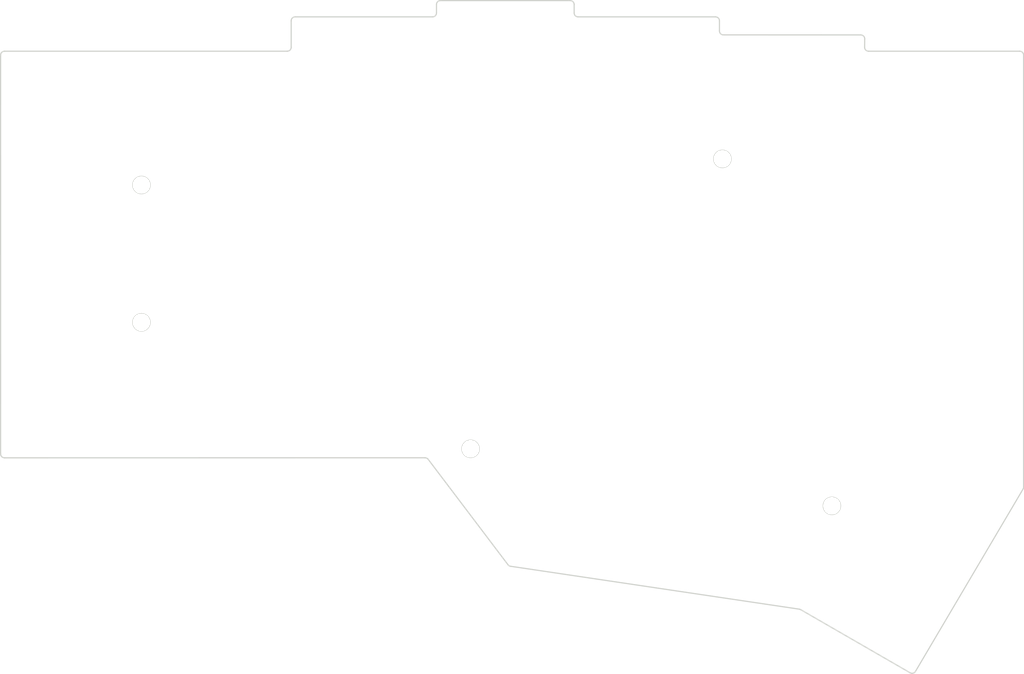
<source format=kicad_pcb>
(kicad_pcb (version 20240108) (generator "pcbnew") (generator_version "8.0")
  (title_block (title "backplate") (date "2025-07-09") (rev "0.2") (company "ceoloide"))
  (layers (0 "F.Cu" signal) (31 "B.Cu" signal) (34 "B.Paste" user) (35 "F.Paste" user) (36 "B.SilkS" user "B.Silkscreen") (37 "F.SilkS" user "F.Silkscreen") (38 "B.Mask" user) (39 "F.Mask" user) (44 "Edge.Cuts" user))
  (net 0 "")
  (footprint "ceoloide:mounting_hole_npth" (layer "F.Cu") (at 151.157 107.365)
    (property "Reference" "MH4" (hide yes))
    (property "Value" "")
    (pad "" np_thru_hole circle (at 0 0) (size 2.2 2.2) (drill 2.2) (layers "*.Cu" "*.Mask"))
  )
  (footprint "ceoloide:mounting_hole_npth" (layer "F.Cu") (at 109.25 73.75)
    (property "Reference" "MH1" (hide yes))
    (property "Value" "")
    (pad "" np_thru_hole circle (at 0 0) (size 2.2 2.2) (drill 2.2) (layers "*.Cu" "*.Mask"))
  )
  (footprint "ceoloide:mounting_hole_npth" (layer "F.Cu") (at 109.25 91.25)
    (property "Reference" "MH2" (hide yes))
    (property "Value" "")
    (pad "" np_thru_hole circle (at 0 0) (size 2.2 2.2) (drill 2.2) (layers "*.Cu" "*.Mask"))
  )
  (footprint "ceoloide:mounting_hole_npth" (layer "F.Cu") (at 197.157608 114.631748 60)
    (property "Reference" "MH5" (hide yes))
    (property "Value" "")
    (pad "" np_thru_hole circle (at 0 0 60) (size 2.2 2.2) (drill 2.2) (layers "*.Cu" "*.Mask"))
  )
  (footprint "ceoloide:mounting_hole_npth" (layer "F.Cu") (at 183.218 70.4235)
    (property "Reference" "MH3" (hide yes))
    (property "Value" "")
    (pad "" np_thru_hole circle (at 0 0) (size 2.2 2.2) (drill 2.2) (layers "*.Cu" "*.Mask"))
  )
  (gr_line (start 164.843 52.3275) (end 182.343 52.3275) (stroke (width 0.15)) (layer "Edge.Cuts"))
  (gr_arc (start 193.008466 127.796322) (mid 193.099596 127.818783) (end 193.184927 127.857872) (stroke (width 0.15)) (layer "Edge.Cuts"))
  (gr_line (start 91.316981 108.01245) (end 91.315019 57.202506) (stroke (width 0.15)) (layer "Edge.Cuts"))
  (gr_line (start 221.253 112.909096) (end 207.799933 135.723804) (stroke (width 0.15)) (layer "Edge.Cuts"))
  (gr_circle (center 151.157 107.365) (end 152.257 107.365) (stroke (width 0.15)) (fill none) (layer "Edge.Cuts"))
  (gr_arc (start 146.815 50.7525) (mid 146.961447 50.398947) (end 147.315 50.2525) (stroke (width 0.15)) (layer "Edge.Cuts"))
  (gr_line (start 145.358774 108.505034) (end 91.81705 108.512431) (stroke (width 0.15)) (layer "Edge.Cuts"))
  (gr_arc (start 207.799933 135.723804) (mid 207.496419 135.953395) (end 207.119235 135.902849) (stroke (width 0.15)) (layer "Edge.Cuts"))
  (gr_line (start 207.119235 135.902849) (end 193.184927 127.857872) (stroke (width 0.15)) (layer "Edge.Cuts"))
  (gr_line (start 91.815006 56.702486) (end 127.815014 56.701514) (stroke (width 0.15)) (layer "Edge.Cuts"))
  (gr_arc (start 91.81705 108.512431) (mid 91.46346 108.366011) (end 91.316981 108.01245) (stroke (width 0.15)) (layer "Edge.Cuts"))
  (gr_arc (start 182.343 52.3275) (mid 182.696553 52.473947) (end 182.843 52.8275) (stroke (width 0.15)) (layer "Edge.Cuts"))
  (gr_circle (center 109.25 91.25) (end 110.35 91.25) (stroke (width 0.15)) (fill none) (layer "Edge.Cuts"))
  (gr_arc (start 146.815 51.8275) (mid 146.668553 52.181053) (end 146.315 52.3275) (stroke (width 0.15)) (layer "Edge.Cuts"))
  (gr_arc (start 164.843 52.3275) (mid 164.489447 52.181053) (end 164.343 51.8275) (stroke (width 0.15)) (layer "Edge.Cuts"))
  (gr_circle (center 183.218 70.4235) (end 184.318 70.4235) (stroke (width 0.15)) (fill none) (layer "Edge.Cuts"))
  (gr_arc (start 128.315 56.201514) (mid 128.168553 56.555054) (end 127.815013 56.701514) (stroke (width 0.15)) (layer "Edge.Cuts"))
  (gr_arc (start 128.315 52.8275) (mid 128.461447 52.473947) (end 128.815 52.3275) (stroke (width 0.15)) (layer "Edge.Cuts"))
  (gr_arc (start 183.342878 54.623122) (mid 182.989396 54.476634) (end 182.843 54.123122) (stroke (width 0.15)) (layer "Edge.Cuts"))
  (gr_arc (start 163.843 50.2525) (mid 164.196553 50.398947) (end 164.343 50.7525) (stroke (width 0.15)) (layer "Edge.Cuts"))
  (gr_arc (start 221.568 112.229525) (mid 221.550957 112.358932) (end 221.501013 112.479525) (stroke (width 0.15)) (layer "Edge.Cuts"))
  (gr_arc (start 156.246981 122.330034) (mid 156.06545 122.265521) (end 155.92179 122.137157) (stroke (width 0.15)) (layer "Edge.Cuts"))
  (gr_line (start 146.815 51.8275) (end 146.815 50.7525) (stroke (width 0.15)) (layer "Edge.Cuts"))
  (gr_line (start 147.315 50.2525) (end 163.843 50.2525) (stroke (width 0.15)) (layer "Edge.Cuts"))
  (gr_arc (start 221.068 56.7025) (mid 221.421553 56.848947) (end 221.568 57.2025) (stroke (width 0.15)) (layer "Edge.Cuts"))
  (gr_line (start 201.82406 56.7025) (end 221.068 56.7025) (stroke (width 0.15)) (layer "Edge.Cuts"))
  (gr_line (start 221.501013 112.479525) (end 221.253 112.909096) (stroke (width 0.15)) (layer "Edge.Cuts"))
  (gr_line (start 221.568 57.2025) (end 221.568 112.229525) (stroke (width 0.15)) (layer "Edge.Cuts"))
  (gr_line (start 155.92179 122.137157) (end 145.757574 108.703349) (stroke (width 0.15)) (layer "Edge.Cuts"))
  (gr_line (start 201.336905 55.133401) (end 201.324097 56.196476) (stroke (width 0.15)) (layer "Edge.Cuts"))
  (gr_line (start 128.315 56.201514) (end 128.315 52.8275) (stroke (width 0.15)) (layer "Edge.Cuts"))
  (gr_arc (start 145.358774 108.505034) (mid 145.58146 108.557352) (end 145.757574 108.703349) (stroke (width 0.15)) (layer "Edge.Cuts"))
  (gr_line (start 193.008466 127.796322) (end 156.246981 122.330034) (stroke (width 0.15)) (layer "Edge.Cuts"))
  (gr_circle (center 197.157608 114.631748) (end 198.257608 114.631748) (stroke (width 0.15)) (fill none) (layer "Edge.Cuts"))
  (gr_line (start 182.843 52.8275) (end 182.843 54.123122) (stroke (width 0.15)) (layer "Edge.Cuts"))
  (gr_arc (start 91.315019 57.202506) (mid 91.46146 56.84896) (end 91.815006 56.702486) (stroke (width 0.15)) (layer "Edge.Cuts"))
  (gr_circle (center 109.25 73.75) (end 110.35 73.75) (stroke (width 0.15)) (fill none) (layer "Edge.Cuts"))
  (gr_arc (start 200.837063 54.627377) (mid 201.192642 54.776016) (end 201.336905 55.133401) (stroke (width 0.15)) (layer "Edge.Cuts"))
  (gr_arc (start 201.82406 56.7025) (mid 201.468409 56.553903) (end 201.324097 56.196476) (stroke (width 0.15)) (layer "Edge.Cuts"))
  (gr_line (start 128.815 52.3275) (end 146.315 52.3275) (stroke (width 0.15)) (layer "Edge.Cuts"))
  (gr_line (start 164.343 50.7525) (end 164.343 51.8275) (stroke (width 0.15)) (layer "Edge.Cuts"))
  (gr_line (start 183.342878 54.623122) (end 200.837063 54.627377) (stroke (width 0.15)) (layer "Edge.Cuts"))
)
</source>
